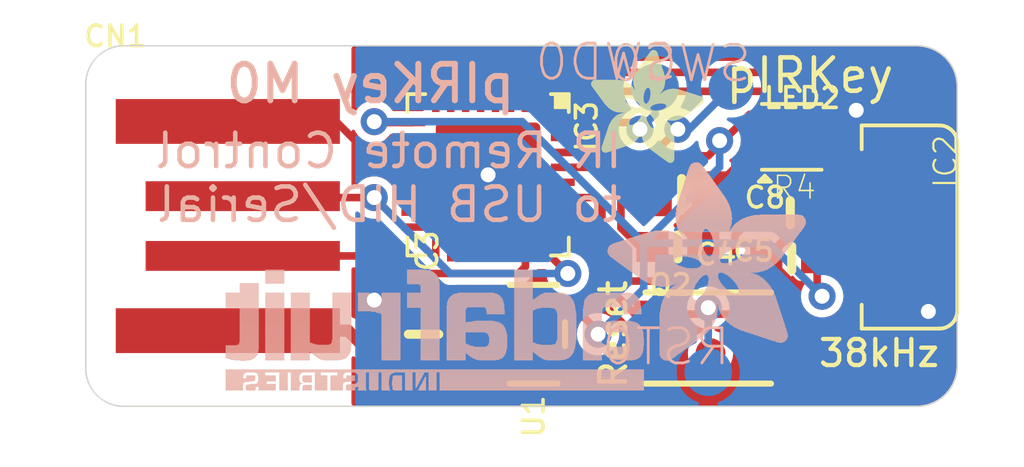
<source format=kicad_pcb>
(kicad_pcb (version 20221018) (generator pcbnew)
  (layers (0 "F.Cu" signal) (31 "B.Cu" signal) (34 "B.Paste" user) (35 "F.Paste" user) (36 "B.SilkS" user "B.Silkscreen") (37 "F.SilkS" user "F.Silkscreen") (38 "B.Mask" user) (39 "F.Mask" user) (44 "Edge.Cuts" user))
  (net 0 "")
  (net 1 "GND")
  (net 2 "D-")
  (net 3 "D+")
  (net 4 "N$5")
  (net 5 "VBUS")
  (net 6 "~{RESET}")
  (net 7 "3.3V")
  (net 8 "SWCLK")
  (net 9 "SWDIO")
  (net 10 "VDDCORE1")
  (net 11 "A3")
  (net 12 "N$9")
  (net 13 "IROUT")
  (footprint "working:FIDUCIAL_1MM" (layer "F.Cu") (at 154.8258 109.258144)
    (fp_text reference "FID2" hide)
    (fp_text value "FIDUCIAL_1MM" hide)
    (pad "1" smd roundrect (at 0 0) (size 1 1) (layers "F.Cu" "F.Mask") (roundrect_rratio 0.5))
  )
  (footprint "working:BTN_KMR2_4.6X2.8" (layer "F.Cu") (at 154.7496 108.750144)
    (fp_text reference "Q2" (at -2.032 -1.778) (layer "F.SilkS") (effects (font (size 0.692831 0.692831) (thickness 0.119969)) (justify left)))
    (fp_text value "reset")
    (pad "A" smd rect (at 2.05 -0.8) (size 0.9 0.9) (layers "F.Cu" "F.Paste" "F.Mask") (net 6 "~{RESET}"))
    (pad "A'" smd rect (at -2.05 -0.8) (size 0.9 0.9) (layers "F.Cu" "F.Paste" "F.Mask") (net 6 "~{RESET}"))
    (pad "B" smd rect (at 2.05 0.8) (size 0.9 0.9) (layers "F.Cu" "F.Paste" "F.Mask") (net 1 "GND"))
    (pad "B'" smd rect (at -2.05 0.8) (size 0.9 0.9) (layers "F.Cu" "F.Paste" "F.Mask") (net 1 "GND"))
  )
  (footprint "working:0603-NO" (layer "F.Cu") (at 157.4946 104.557144)
    (fp_text reference "R4" (at -0.639 -0.839) (layer "F.SilkS") (effects (font (size 0.75948 0.75948) (thickness 0.05332)) (justify left)))
    (fp_text value "2.2K")
    (pad "1" smd rect (at -0.85 0) (size 1.075 1) (layers "F.Cu" "F.Paste" "F.Mask") (net 13 "IROUT"))
    (pad "2" smd rect (at 0.85 0) (size 1.075 1) (layers "F.Cu" "F.Paste" "F.Mask") (net 4 "N$5"))
  )
  (footprint "working:SOT23-5" (layer "F.Cu") (at 148.9076 108.623144 -90)
    (fp_text reference "U1" (at 1.978 0 90) (layer "F.SilkS") (effects (font (size 0.692831 0.692831) (thickness 0.119969)) (justify right)))
    (fp_text value "AP2112K-3.3")
    (pad "1" smd rect (at -0.95 1.3001 270) (size 0.55 1.2) (layers "F.Cu" "F.Paste" "F.Mask") (net 5 "VBUS"))
    (pad "2" smd rect (at 0 1.3001 270) (size 0.55 1.2) (layers "F.Cu" "F.Paste" "F.Mask") (net 1 "GND"))
    (pad "3" smd rect (at 0.95 1.3001 270) (size 0.55 1.2) (layers "F.Cu" "F.Paste" "F.Mask") (net 5 "VBUS"))
    (pad "4" smd rect (at 0.95 -1.3001 270) (size 0.55 1.2) (layers "F.Cu" "F.Paste" "F.Mask"))
    (pad "5" smd rect (at -0.95 -1.3001 270) (size 0.55 1.2) (layers "F.Cu" "F.Paste" "F.Mask") (net 7 "3.3V"))
  )
  (footprint "working:QFN32_5MM" (layer "F.Cu") (at 147.3836 103.289144 -90)
    (fp_text reference "IC3" (at -2.54 -3.298 90) (layer "F.SilkS") (effects (font (size 0.692831 0.692831) (thickness 0.119969)) (justify right)))
    (fp_text value "ATSAMD21E")
    (pad "1" smd rect (at -2.5 -1.75) (size 0.25 0.8) (layers "F.Cu" "F.Paste") (net 11 "A3"))
    (pad "2" smd rect (at -2.5 -1.25) (size 0.25 0.8) (layers "F.Cu" "F.Paste") (net 12 "N$9"))
    (pad "3" smd rect (at -2.5 -0.75) (size 0.25 0.8) (layers "F.Cu" "F.Paste"))
    (pad "4" smd rect (at -2.5 -0.25) (size 0.25 0.8) (layers "F.Cu" "F.Paste"))
    (pad "5" smd rect (at -2.5 0.25) (size 0.25 0.8) (layers "F.Cu" "F.Paste"))
    (pad "6" smd rect (at -2.5 0.75) (size 0.25 0.8) (layers "F.Cu" "F.Paste"))
    (pad "7" smd rect (at -2.5 1.25) (size 0.25 0.8) (layers "F.Cu" "F.Paste"))
    (pad "8" smd rect (at -2.5 1.75) (size 0.25 0.8) (layers "F.Cu" "F.Paste"))
    (pad "9" smd rect (at -1.75 2.5 90) (size 0.25 0.8) (layers "F.Cu" "F.Paste") (net 7 "3.3V"))
    (pad "10" smd rect (at -1.25 2.5 90) (size 0.25 0.8) (layers "F.Cu" "F.Paste") (net 1 "GND"))
    (pad "11" smd rect (at -0.75 2.5 90) (size 0.25 0.8) (layers "F.Cu" "F.Paste"))
    (pad "12" smd rect (at -0.25 2.5 90) (size 0.25 0.8) (layers "F.Cu" "F.Paste"))
    (pad "13" smd rect (at 0.25 2.5 90) (size 0.25 0.8) (layers "F.Cu" "F.Paste"))
    (pad "14" smd rect (at 0.75 2.5 90) (size 0.25 0.8) (layers "F.Cu" "F.Paste"))
    (pad "15" smd rect (at 1.25 2.5 90) (size 0.25 0.8) (layers "F.Cu" "F.Paste"))
    (pad "16" smd rect (at 1.75 2.5 90) (size 0.25 0.8) (layers "F.Cu" "F.Paste"))
    (pad "17" smd rect (at 2.5 1.75 180) (size 0.25 0.8) (layers "F.Cu" "F.Paste"))
    (pad "18" smd rect (at 2.5 1.25 180) (size 0.25 0.8) (layers "F.Cu" "F.Paste"))
    (pad "19" smd rect (at 2.5 0.75 180) (size 0.25 0.8) (layers "F.Cu" "F.Paste"))
    (pad "20" smd rect (at 2.5 0.25 180) (size 0.25 0.8) (layers "F.Cu" "F.Paste"))
    (pad "21" smd rect (at 2.5 -0.25 180) (size 0.25 0.8) (layers "F.Cu" "F.Paste"))
    (pad "22" smd rect (at 2.5 -0.75 180) (size 0.25 0.8) (layers "F.Cu" "F.Paste"))
    (pad "23" smd rect (at 2.5 -1.25 180) (size 0.25 0.8) (layers "F.Cu" "F.Paste") (net 2 "D-"))
    (pad "24" smd rect (at 2.5 -1.75 180) (size 0.25 0.8) (layers "F.Cu" "F.Paste") (net 3 "D+"))
    (pad "25" smd rect (at 1.75 -2.5 270) (size 0.25 0.8) (layers "F.Cu" "F.Paste"))
    (pad "26" smd rect (at 1.25 -2.5 270) (size 0.25 0.8) (layers "F.Cu" "F.Paste") (net 6 "~{RESET}"))
    (pad "27" smd rect (at 0.75 -2.5 270) (size 0.25 0.8) (layers "F.Cu" "F.Paste") (net 13 "IROUT"))
    (pad "28" smd rect (at 0.25 -2.5 270) (size 0.25 0.8) (layers "F.Cu" "F.Paste") (net 1 "GND"))
    (pad "29" smd rect (at -0.25 -2.5 270) (size 0.25 0.8) (layers "F.Cu" "F.Paste") (net 10 "VDDCORE1"))
    (pad "30" smd rect (at -0.75 -2.5 270) (size 0.25 0.8) (layers "F.Cu" "F.Paste") (net 7 "3.3V"))
    (pad "31" smd rect (at -1.25 -2.5 270) (size 0.25 0.8) (layers "F.Cu" "F.Paste") (net 8 "SWCLK"))
    (pad "32" smd rect (at -1.75 -2.5 270) (size 0.25 0.8) (layers "F.Cu" "F.Paste") (net 9 "SWDIO"))
    (pad "33" smd roundrect (at 0 0 270) (size 3.5 3.5) (layers "F.Cu" "F.Mask") (roundrect_rratio 0.05) (net 1 "GND"))
  )
  (footprint "working:0603-NO" (layer "F.Cu") (at 153.7336 105.702144)
    (fp_text reference "C5" (at 1.778 0.127) (layer "F.SilkS") (effects (font (size 0.692831 0.692831) (thickness 0.119969)) (justify left)))
    (fp_text value "1uF")
    (pad "1" smd rect (at -0.85 0) (size 1.075 1) (layers "F.Cu" "F.Paste" "F.Mask") (net 10 "VDDCORE1"))
    (pad "2" smd rect (at 0.85 0) (size 1.075 1) (layers "F.Cu" "F.Paste" "F.Mask") (net 1 "GND"))
  )
  (footprint "working:TSOP75XYY" (layer "F.Cu") (at 160.4846 105.036144 90)
    (fp_text reference "IC2" (at 1.25 2.2 90) (layer "F.SilkS") (effects (font (size 0.739648 0.739648) (thickness 0.073152)) (justify left)))
    (fp_text value "TSOP75XYY" hide)
    (pad "1" smd rect (at -1.905 0 90) (size 0.8 1.8) (layers "F.Cu" "F.Paste" "F.Mask") (net 1 "GND"))
    (pad "2" smd rect (at -0.635 0 90) (size 0.8 1.8) (layers "F.Cu" "F.Paste" "F.Mask") (net 7 "3.3V"))
    (pad "3" smd rect (at 0.635 0 90) (size 0.8 1.8) (layers "F.Cu" "F.Paste" "F.Mask") (net 4 "N$5"))
    (pad "4" smd rect (at 1.905 0 90) (size 0.8 1.8) (layers "F.Cu" "F.Paste" "F.Mask") (net 1 "GND"))
  )
  (footprint "working:USBA_PCB" (layer "F.Cu") (at 138.8746 105.003644)
    (fp_text reference "CN1" (at -5.08 -6.35) (layer "F.SilkS") (effects (font (size 0.692831 0.692831) (thickness 0.119969)) (justify left)))
    (fp_text value "")
    (pad "GND" smd rect (at -0.2 -3.5) (size 7.5 1.5) (layers "F.Cu" "F.Mask") (net 1 "GND"))
    (pad "USB_NEG" smd rect (at 0.3 1) (size 6.5 1) (layers "F.Cu" "F.Mask") (net 2 "D-"))
    (pad "USB_PLUS" smd rect (at 0.3 -1) (size 6.5 1) (layers "F.Cu" "F.Mask") (net 3 "D+"))
    (pad "VCC" smd rect (at -0.2 3.5) (size 7.5 1.5) (layers "F.Cu" "F.Mask") (net 5 "VBUS"))
  )
  (footprint "working:FIDUCIAL_1MM" (layer "F.Cu") (at 143.7006 99.987144)
    (fp_text reference "FID1" hide)
    (fp_text value "FIDUCIAL_1MM" hide)
    (pad "1" smd roundrect (at 0 0) (size 1 1) (layers "F.Cu" "F.Mask") (roundrect_rratio 0.5))
  )
  (footprint "working:ADAFRUIT_3.5MM" (layer "F.Cu") (at 150.8126 102.908144)
    (fp_text reference "U$12" hide)
    (fp_text value "" hide)
  )
  (footprint "working:0603-NO" (layer "F.Cu") (at 157.5436 106.083144 180)
    (fp_text reference "C4" (at 1.778 0.127) (layer "F.SilkS") (effects (font (size 0.692831 0.692831) (thickness 0.119969)) (justify right)))
    (fp_text value "1uF")
    (pad "1" smd rect (at -0.85 0 180) (size 1.075 1) (layers "F.Cu" "F.Paste" "F.Mask") (net 7 "3.3V"))
    (pad "2" smd rect (at 0.85 0 180) (size 1.075 1) (layers "F.Cu" "F.Paste" "F.Mask") (net 1 "GND"))
  )
  (footprint "working:0805-NO" (layer "F.Cu") (at 145.2246 108.623144 90)
    (fp_text reference "C3" (at 2.032 0.127 90) (layer "F.SilkS") (effects (font (size 0.692831 0.692831) (thickness 0.119969)) (justify left)))
    (fp_text value "10uF")
    (pad "1" smd rect (at -0.95 0 90) (size 1.24 1.5) (layers "F.Cu" "F.Paste" "F.Mask") (net 5 "VBUS"))
    (pad "2" smd rect (at 0.95 0 90) (size 1.24 1.5) (layers "F.Cu" "F.Paste" "F.Mask") (net 1 "GND"))
  )
  (footprint "working:APA102_2020" (layer "F.Cu") (at 157.5436 102.019144)
    (fp_text reference "LED2" (at -1 -1.3) (layer "F.SilkS") (effects (font (size 0.692831 0.692831) (thickness 0.119969)) (justify left)))
    (fp_text value "AP102-2020")
    (pad "1" smd rect (at -0.95 0.75 180) (size 0.7 0.35) (layers "F.Cu" "F.Paste" "F.Mask"))
    (pad "2" smd rect (at -0.95 0 180) (size 0.7 0.35) (layers "F.Cu" "F.Paste" "F.Mask"))
    (pad "3" smd rect (at -0.95 -0.75 180) (size 0.7 0.35) (layers "F.Cu" "F.Paste" "F.Mask") (net 7 "3.3V"))
    (pad "4" smd rect (at 0.95 -0.75 180) (size 0.7 0.35) (layers "F.Cu" "F.Paste" "F.Mask") (net 1 "GND"))
    (pad "5" smd rect (at 0.95 0 180) (size 0.7 0.35) (layers "F.Cu" "F.Paste" "F.Mask") (net 12 "N$9"))
    (pad "6" smd rect (at 0.95 0.75 180) (size 0.7 0.35) (layers "F.Cu" "F.Paste" "F.Mask") (net 11 "A3"))
  )
  (footprint "working:0805-NO" (layer "F.Cu") (at 153.8606 103.924144)
    (fp_text reference "C8" (at 2.032 0.127) (layer "F.SilkS") (effects (font (size 0.692831 0.692831) (thickness 0.119969)) (justify left)))
    (fp_text value "10uF")
    (pad "1" smd rect (at -0.95 0) (size 1.24 1.5) (layers "F.Cu" "F.Paste" "F.Mask") (net 7 "3.3V"))
    (pad "2" smd rect (at 0.95 0) (size 1.24 1.5) (layers "F.Cu" "F.Paste" "F.Mask") (net 1 "GND"))
  )
  (footprint "working:ADAFRUIT_TEXT_20MM" (layer "B.Cu") (at 158.1746 110.495144 180)
    (fp_text reference "U$8" hide)
    (fp_text value "" hide)
  )
  (footprint "working:TP16R" (layer "B.Cu") (at 152.9716 100.368144 180)
    (fp_text reference "SWD0" (at -0.8001 0.8499) (layer "B.SilkS") (effects (font (size 1.176528 1.176528) (thickness 0.093472)) (justify left mirror)))
    (fp_text value "TPTP16R")
    (pad "TP" smd roundrect (at 0 0 180) (size 1.6 1.6) (layers "B.Cu" "B.Mask") (roundrect_rratio 0.5) (net 9 "SWDIO"))
  )
  (footprint "working:TP15R" (layer "B.Cu") (at 155.5116 100.368144 180)
    (fp_text reference "SWC0" (at -0.7501 0.8001) (layer "B.SilkS") (effects (font (size 1.176528 1.176528) (thickness 0.093472)) (justify left mirror)))
    (fp_text value "TPTP15R")
    (pad "TP" smd roundrect (at 0 0 180) (size 1.5 1.5) (layers "B.Cu" "B.Mask") (roundrect_rratio 0.5) (net 8 "SWCLK"))
  )
  (footprint "working:TP16R" (layer "B.Cu") (at 154.7496 109.893144 180)
    (fp_text reference "RST0" (at -0.8001 0.8499) (layer "B.SilkS") (effects (font (size 1.176528 1.176528) (thickness 0.093472)) (justify left mirror)))
    (fp_text value "TPTP16R")
    (pad "TP" smd roundrect (at 0 0 180) (size 1.6 1.6) (layers "B.Cu" "B.Mask") (roundrect_rratio 0.5) (net 6 "~{RESET}"))
  )
  (gr_arc (start 133.9216 100.241144) (mid 134.308574 99.336905) (end 135.2216 98.971144) (stroke (width 0.05)) (layer "Edge.Cuts"))
  (gr_line (start 161.7306 111.036144) (end 135.1916 111.036144) (stroke (width 0.05)) (layer "Edge.Cuts"))
  (gr_line (start 135.2216 98.971144) (end 161.730518 98.971144) (stroke (width 0.05)) (layer "Edge.Cuts"))
  (gr_arc (start 135.1916 111.036144) (mid 134.293574 110.66417) (end 133.9216 109.766144) (stroke (width 0.05)) (layer "Edge.Cuts"))
  (gr_line (start 133.9216 109.766144) (end 133.9216 100.241144) (stroke (width 0.05)) (layer "Edge.Cuts"))
  (gr_line (start 163.0806 100.321226) (end 163.0806 109.686144) (stroke (width 0.05)) (layer "Edge.Cuts"))
  (gr_arc (start 161.730518 98.971144) (mid 162.68517 99.366574) (end 163.0806 100.321226) (stroke (width 0.05)) (layer "Edge.Cuts"))
  (gr_arc (start 163.0806 109.686144) (mid 162.685194 110.640738) (end 161.7306 111.036144) (stroke (width 0.05)) (layer "Edge.Cuts"))
  (gr_text "pIRKey M0" (at 143.4466 100.241144) (layer "B.SilkS") (effects (font (size 1.223264 1.223264) (thickness 0.199136)) (justify mirror)))
  (gr_text "IR Remote Control\nto USB HID/Serial" (at 151.9556 104.940144) (layer "B.SilkS") (effects (font (size 1.1176 1.1176) (thickness 0.1524)) (justify left bottom mirror)))
  (gr_text "Reset" (at 151.5746 108.623144 90) (layer "F.SilkS") (effects (font (size 0.87376 0.87376) (thickness 0.14224))))
  (gr_text "38kHz" (at 160.4646 109.258144) (layer "F.SilkS") (effects (font (size 0.87376 0.87376) (thickness 0.14224))))
  (gr_text "pIRKey" (at 155.2576 100.622144) (layer "F.SilkS") (effects (font (size 1.1176 1.1176) (thickness 0.1524)) (justify left bottom)))
  (segment (start 147.6336 103.539144) (end 147.3836 103.289144) (width 0.254) (layer "F.Cu") (net 1))
  (segment (start 146.1336 102.039144) (end 147.3836 103.289144) (width 0.254) (layer "F.Cu") (net 1))
  (segment (start 138.6821 101.511144) (end 138.6746 101.503644) (width 0.254) (layer "F.Cu") (net 1))
  (segment (start 144.8836 102.039144) (end 146.1336 102.039144) (width 0.254) (layer "F.Cu") (net 1))
  (segment (start 149.8836 103.539144) (end 147.6336 103.539144) (width 0.254) (layer "F.Cu") (net 1))
  (segment (start 158.4936 101.269144) (end 158.6326 101.130144) (width 0.254) (layer "F.Cu") (net 1))
  (segment (start 144.8836 102.039144) (end 144.1886 102.039144) (width 0.254) (layer "F.Cu") (net 1))
  (segment (start 143.8276 102.400144) (end 143.1926 102.400144) (width 0.254) (layer "F.Cu") (net 1))
  (segment (start 158.6326 101.130144) (end 159.7026 101.130144) (width 0.254) (layer "F.Cu") (net 1))
  (segment (start 144.1886 102.039144) (end 143.8276 102.400144) (width 0.254) (layer "F.Cu") (net 1))
  (segment (start 143.1926 102.400144) (end 142.3036 101.511144) (width 0.254) (layer "F.Cu") (net 1))
  (segment (start 142.3036 101.511144) (end 138.6821 101.511144) (width 0.254) (layer "F.Cu") (net 1))
  (via (at 147.3836 103.289144) (size 0.9064) (drill 0.5) (layers "F.Cu" "B.Cu") (net 1))
  (via (at 162.1156 107.861144) (size 0.9064) (drill 0.5) (layers "F.Cu" "B.Cu") (net 1))
  (via (at 143.5736 107.480144) (size 0.9064) (drill 0.5) (layers "F.Cu" "B.Cu") (net 1))
  (via (at 159.7026 101.130144) (size 0.9064) (drill 0.5) (layers "F.Cu" "B.Cu") (net 1))
  (segment (start 144.5896 106.591144) (end 148.3996 106.591144) (width 0.254) (layer "F.Cu") (net 2))
  (segment (start 139.1746 106.003644) (end 144.0021 106.003644) (width 0.254) (layer "F.Cu") (net 2))
  (segment (start 148.3996 106.591144) (end 148.6336 106.357144) (width 0.254) (layer "F.Cu") (net 2))
  (segment (start 148.6336 106.357144) (end 148.6336 105.789144) (width 0.254) (layer "F.Cu") (net 2))
  (segment (start 144.0021 106.003644) (end 144.5896 106.591144) (width 0.254) (layer "F.Cu") (net 2))
  (segment (start 139.1746 104.003644) (end 139.2221 104.051144) (width 0.254) (layer "F.Cu") (net 3))
  (segment (start 139.2221 104.051144) (end 143.5736 104.051144) (width 0.254) (layer "F.Cu") (net 3))
  (segment (start 150.0506 106.591144) (end 149.2486 105.789144) (width 0.254) (layer "F.Cu") (net 3))
  (segment (start 149.2486 105.789144) (end 149.1336 105.789144) (width 0.254) (layer "F.Cu") (net 3))
  (via (at 143.5736 104.051144) (size 0.9064) (drill 0.5) (layers "F.Cu" "B.Cu") (net 3))
  (via (at 150.0506 106.591144) (size 0.9064) (drill 0.5) (layers "F.Cu" "B.Cu") (net 3))
  (segment (start 143.5736 104.051144) (end 146.1136 106.591144) (width 0.254) (layer "B.Cu") (net 3))
  (segment (start 146.1136 106.591144) (end 150.0506 106.591144) (width 0.254) (layer "B.Cu") (net 3))
  (segment (start 160.4846 104.401144) (end 158.5006 104.401144) (width 0.4064) (layer "F.Cu") (net 4))
  (segment (start 158.5006 104.401144) (end 158.3446 104.557144) (width 0.4064) (layer "F.Cu") (net 4))
  (segment (start 148.9076 109.385144) (end 148.9076 107.861144) (width 0.4064) (layer "F.Cu") (net 5))
  (segment (start 148.9076 107.861144) (end 148.7806 107.734144) (width 0.4064) (layer "F.Cu") (net 5))
  (segment (start 142.6921 108.503644) (end 143.8276 109.639144) (width 0.4064) (layer "F.Cu") (net 5))
  (segment (start 148.7806 107.734144) (end 147.6685 107.734144) (width 0.4064) (layer "F.Cu") (net 5))
  (segment (start 145.2246 109.573144) (end 147.6075 109.573144) (width 0.4064) (layer "F.Cu") (net 5))
  (segment (start 143.8276 109.639144) (end 145.1586 109.639144) (width 0.4064) (layer "F.Cu") (net 5))
  (segment (start 147.6075 109.573144) (end 148.7196 109.573144) (width 0.4064) (layer "F.Cu") (net 5))
  (segment (start 138.6746 108.503644) (end 142.6921 108.503644) (width 0.4064) (layer "F.Cu") (net 5))
  (segment (start 145.1586 109.639144) (end 145.2246 109.573144) (width 0.4064) (layer "F.Cu") (net 5))
  (segment (start 148.7196 109.573144) (end 148.9076 109.385144) (width 0.4064) (layer "F.Cu") (net 5))
  (segment (start 147.6685 107.734144) (end 147.6075 107.673144) (width 0.4064) (layer "F.Cu") (net 5))
  (segment (start 152.2986 107.950144) (end 152.6996 107.950144) (width 0.254) (layer "F.Cu") (net 6))
  (segment (start 150.6856 105.702144) (end 151.1936 106.210144) (width 0.254) (layer "F.Cu") (net 6))
  (segment (start 151.1936 106.210144) (end 151.1936 106.845144) (width 0.254) (layer "F.Cu") (net 6))
  (segment (start 154.7496 107.950144) (end 156.7996 107.950144) (width 0.254) (layer "F.Cu") (net 6))
  (segment (start 154.7496 107.734144) (end 154.7496 107.950144) (width 0.254) (layer "F.Cu") (net 6))
  (segment (start 151.1936 106.845144) (end 152.2986 107.950144) (width 0.254) (layer "F.Cu") (net 6))
  (segment (start 150.5386 104.539144) (end 150.6856 104.686144) (width 0.254) (layer "F.Cu") (net 6))
  (segment (start 150.6856 104.686144) (end 150.6856 105.702144) (width 0.254) (layer "F.Cu") (net 6))
  (segment (start 149.8836 104.539144) (end 150.5386 104.539144) (width 0.254) (layer "F.Cu") (net 6))
  (segment (start 152.6996 107.950144) (end 154.7496 107.950144) (width 0.254) (layer "F.Cu") (net 6))
  (via (at 154.7496 107.734144) (size 0.9064) (drill 0.5) (layers "F.Cu" "B.Cu") (net 6))
  (segment (start 154.7496 107.734144) (end 154.7496 109.893144) (width 0.254) (layer "B.Cu") (net 6))
  (segment (start 151.1577 108.623144) (end 151.0666 108.623144) (width 0.254) (layer "F.Cu") (net 7))
  (segment (start 144.8836 101.539144) (end 143.6016 101.539144) (width 0.254) (layer "F.Cu") (net 7))
  (segment (start 153.6066 102.654144) (end 154.7496 102.654144) (width 0.254) (layer "F.Cu") (net 7))
  (segment (start 155.2576 102.146144) (end 156.1346 101.269144) (width 0.254) (layer "F.Cu") (net 7))
  (segment (start 151.2056 102.539144) (end 152.5906 103.924144) (width 0.254) (layer "F.Cu") (net 7))
  (segment (start 158.8056 105.671144) (end 158.3936 106.083144) (width 0.4064) (layer "F.Cu") (net 7))
  (segment (start 158.3936 107.187144) (end 158.3936 106.083144) (width 0.254) (layer "F.Cu") (net 7))
  (segment (start 149.8836 102.539144) (end 151.2056 102.539144) (width 0.254) (layer "F.Cu") (net 7))
  (segment (start 154.7496 102.654144) (end 155.2576 102.146144) (width 0.254) (layer "F.Cu") (net 7))
  (segment (start 150.2077 107.673144) (end 151.1577 108.623144) (width 0.254) (layer "F.Cu") (net 7))
  (segment (start 153.6066 102.654144) (end 152.9106 103.350144) (width 0.254) (layer "F.Cu") (net 7))
  (segment (start 143.6016 101.539144) (end 143.5736 101.511144) (width 0.254) (layer "F.Cu") (net 7))
  (segment (start 155.2576 102.146144) (end 155.1306 102.146144) (width 0.254) (layer "F.Cu") (net 7))
  (segment (start 152.9106 103.350144) (end 152.9106 103.924144) (width 0.254) (layer "F.Cu") (net 7))
  (segment (start 152.5906 103.924144) (end 152.9106 103.924144) (width 0.254) (layer "F.Cu") (net 7))
  (segment (start 160.4846 105.671144) (end 158.8056 105.671144) (width 0.4064) (layer "F.Cu") (net 7))
  (segment (start 156.1346 101.269144) (end 156.5936 101.269144) (width 0.254) (layer "F.Cu") (net 7))
  (segment (start 158.5596 107.353144) (end 158.3936 107.187144) (width 0.254) (layer "F.Cu") (net 7))
  (via (at 158.5596 107.353144) (size 0.9064) (drill 0.5) (layers "F.Cu" "B.Cu") (net 7))
  (via (at 155.1306 102.146144) (size 0.9064) (drill 0.5) (layers "F.Cu" "B.Cu") (net 7))
  (via (at 143.5736 101.511144) (size 0.9064) (drill 0.5) (layers "F.Cu" "B.Cu") (net 7))
  (via (at 151.0666 108.623144) (size 0.9064) (drill 0.5) (layers "F.Cu" "B.Cu") (net 7))
  (segment (start 155.1306 102.146144) (end 155.1306 103.035144) (width 0.254) (layer "B.Cu") (net 7))
  (segment (start 152.5906 107.099144) (end 151.0666 108.623144) (width 0.254) (layer "B.Cu") (net 7))
  (segment (start 143.5736 101.511144) (end 148.5266 101.511144) (width 0.254) (layer "B.Cu") (net 7))
  (segment (start 152.5906 105.575144) (end 152.5906 107.099144) (width 0.254) (layer "B.Cu") (net 7))
  (segment (start 156.7816 105.575144) (end 158.5596 107.353144) (width 0.254) (layer "B.Cu") (net 7))
  (segment (start 152.5906 105.575144) (end 156.7816 105.575144) (width 0.254) (layer "B.Cu") (net 7))
  (segment (start 155.1306 103.035144) (end 152.5906 105.575144) (width 0.254) (layer "B.Cu") (net 7))
  (segment (start 148.5266 101.511144) (end 152.5906 105.575144) (width 0.254) (layer "B.Cu") (net 7))
  (segment (start 151.4676 102.039144) (end 152.0826 102.654144) (width 0.254) (layer "F.Cu") (net 8))
  (segment (start 152.0826 102.654144) (end 152.8446 102.654144) (width 0.254) (layer "F.Cu") (net 8))
  (segment (start 152.8446 102.654144) (end 153.7336 101.765144) (width 0.254) (layer "F.Cu") (net 8))
  (segment (start 149.8836 102.039144) (end 151.4676 102.039144) (width 0.254) (layer "F.Cu") (net 8))
  (via (at 153.7336 101.765144) (size 0.9064) (drill 0.5) (layers "F.Cu" "B.Cu") (net 8))
  (segment (start 155.5116 100.368144) (end 154.1146 101.765144) (width 0.254) (layer "B.Cu") (net 8))
  (segment (start 154.1146 101.765144) (end 153.7336 101.765144) (width 0.254) (layer "B.Cu") (net 8))
  (segment (start 152.2376 101.539144) (end 152.4636 101.765144) (width 0.254) (layer "F.Cu") (net 9))
  (segment (start 149.8836 101.539144) (end 152.2376 101.539144) (width 0.254) (layer "F.Cu") (net 9))
  (via (at 152.4636 101.765144) (size 0.9064) (drill 0.5) (layers "F.Cu" "B.Cu") (net 9))
  (segment (start 152.4636 101.765144) (end 152.9716 101.257144) (width 0.254) (layer "B.Cu") (net 9))
  (segment (start 152.9716 101.257144) (end 152.9716 100.368144) (width 0.254) (layer "B.Cu") (net 9))
  (segment (start 152.4636 105.702144) (end 152.8836 105.702144) (width 0.254) (layer "F.Cu") (net 10))
  (segment (start 150.9436 103.039144) (end 151.8286 103.924144) (width 0.254) (layer "F.Cu") (net 10))
  (segment (start 151.8286 103.924144) (end 151.8286 105.067144) (width 0.254) (layer "F.Cu") (net 10))
  (segment (start 151.8286 105.067144) (end 152.4636 105.702144) (width 0.254) (layer "F.Cu") (net 10))
  (segment (start 149.8836 103.039144) (end 150.9436 103.039144) (width 0.254) (layer "F.Cu") (net 10))
  (segment (start 157.5436 101.003144) (end 157.5436 102.527144) (width 0.254) (layer "F.Cu") (net 11))
  (segment (start 149.1336 100.789144) (end 149.3006 100.622144) (width 0.254) (layer "F.Cu") (net 11))
  (segment (start 157.5436 102.527144) (end 157.7976 102.781144) (width 0.254) (layer "F.Cu") (net 11))
  (segment (start 158.4816 102.781144) (end 158.4936 102.769144) (width 0.254) (layer "F.Cu") (net 11))
  (segment (start 157.7976 102.781144) (end 158.4816 102.781144) (width 0.254) (layer "F.Cu") (net 11))
  (segment (start 157.0356 100.495144) (end 157.5436 101.003144) (width 0.254) (layer "F.Cu") (net 11))
  (segment (start 149.4156 100.622144) (end 149.5426 100.495144) (width 0.254) (layer "F.Cu") (net 11))
  (segment (start 149.3006 100.622144) (end 149.4156 100.622144) (width 0.254) (layer "F.Cu") (net 11))
  (segment (start 149.5426 100.495144) (end 157.0356 100.495144) (width 0.254) (layer "F.Cu") (net 11))
  (segment (start 148.6336 100.007144) (end 148.7806 99.860144) (width 0.254) (layer "F.Cu") (net 12))
  (segment (start 160.5916 100.622144) (end 159.8296 99.860144) (width 0.254) (layer "F.Cu") (net 12))
  (segment (start 160.5916 101.511144) (end 160.5916 100.622144) (width 0.254) (layer "F.Cu") (net 12))
  (segment (start 148.7806 99.860144) (end 159.8296 99.860144) (width 0.254) (layer "F.Cu") (net 12))
  (segment (start 148.6336 100.789144) (end 148.6336 100.007144) (width 0.254) (layer "F.Cu") (net 12))
  (segment (start 158.4936 102.019144) (end 160.0836 102.019144) (width 0.254) (layer "F.Cu") (net 12))
  (segment (start 160.0836 102.019144) (end 160.5916 101.511144) (width 0.254) (layer "F.Cu") (net 12))
  (segment (start 151.1936 105.448144) (end 151.7016 105.956144) (width 0.254) (layer "F.Cu") (net 13))
  (segment (start 149.8956 104.051144) (end 149.8836 104.039144) (width 0.254) (layer "F.Cu") (net 13))
  (segment (start 151.1936 104.305144) (end 151.1936 105.448144) (width 0.254) (layer "F.Cu") (net 13))
  (segment (start 155.6386 106.464144) (end 155.2576 106.845144) (width 0.254) (layer "F.Cu") (net 13))
  (segment (start 150.9396 104.051144) (end 149.8956 104.051144) (width 0.254) (layer "F.Cu") (net 13))
  (segment (start 151.9556 106.845144) (end 151.7016 106.591144) (width 0.254) (layer "F.Cu") (net 13))
  (segment (start 156.4026 104.557144) (end 155.6386 105.321144) (width 0.254) (layer "F.Cu") (net 13))
  (segment (start 150.9396 104.051144) (end 151.1936 104.305144) (width 0.254) (layer "F.Cu") (net 13))
  (segment (start 155.2576 106.845144) (end 151.9556 106.845144) (width 0.254) (layer "F.Cu") (net 13))
  (segment (start 155.6386 105.321144) (end 155.6386 106.464144) (width 0.254) (layer "F.Cu") (net 13))
  (segment (start 156.6446 104.557144) (end 156.4026 104.557144) (width 0.254) (layer "F.Cu") (net 13))
  (segment (start 151.7016 105.956144) (end 151.7016 106.591144) (width 0.254) (layer "F.Cu") (net 13))
  (zone (net 1) (net_name "GND") (layer "F.Cu") (priority 6) (connect_pads (clearance 0.254)) (min_thickness 0.127) (fill yes (thermal_gap 0.304) (thermal_bridge_width 0.304))
    (polygon (pts (xy 163.2106 111.226644) (xy 142.8116 111.226644) (xy 142.8116 98.780644) (xy 163.2106 98.780644)))
  )
  (zone (net 1) (net_name "GND") (layer "B.Cu") (priority 6) (connect_pads (clearance 0.254)) (min_thickness 0.127) (fill yes (thermal_gap 0.304) (thermal_bridge_width 0.304))
    (polygon (pts (xy 163.2106 111.035341) (xy 142.9386 111.163952) (xy 142.9386 98.844947) (xy 163.2106 98.716336)))
  )
)
</source>
